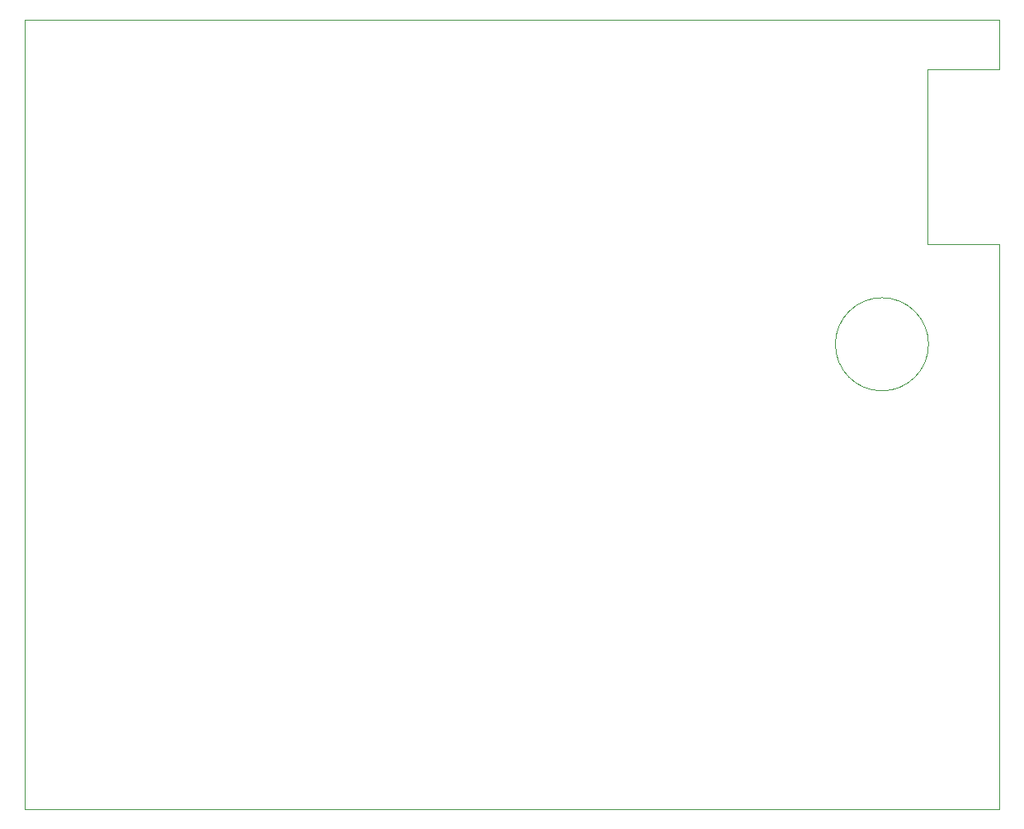
<source format=gbr>
%TF.GenerationSoftware,KiCad,Pcbnew,9.0.4*%
%TF.CreationDate,2025-10-14T22:23:38+02:00*%
%TF.ProjectId,Antminer_hat_PCB,416e746d-696e-4657-925f-6861745f5043,rev?*%
%TF.SameCoordinates,Original*%
%TF.FileFunction,Profile,NP*%
%FSLAX46Y46*%
G04 Gerber Fmt 4.6, Leading zero omitted, Abs format (unit mm)*
G04 Created by KiCad (PCBNEW 9.0.4) date 2025-10-14 22:23:38*
%MOMM*%
%LPD*%
G01*
G04 APERTURE LIST*
%TA.AperFunction,Profile*%
%ADD10C,0.050000*%
%TD*%
G04 APERTURE END LIST*
D10*
X25000000Y-41000000D02*
X125000000Y-41000000D01*
X117600000Y-46100000D02*
X125000000Y-46100000D01*
X117600000Y-64000000D02*
X117600000Y-46100000D01*
X117600000Y-64000000D02*
X125000000Y-64000000D01*
X125000000Y-46100000D02*
X125000000Y-41000000D01*
X117750000Y-74300000D02*
G75*
G02*
X108189666Y-74300000I-4780167J0D01*
G01*
X108189666Y-74300000D02*
G75*
G02*
X117750000Y-74300000I4780167J0D01*
G01*
X25000000Y-122000000D02*
X86000000Y-122000000D01*
X125000000Y-122000000D02*
X86000000Y-122000000D01*
X125000000Y-122000000D02*
X125000000Y-64000000D01*
X25000000Y-122000000D02*
X25000000Y-41000000D01*
M02*

</source>
